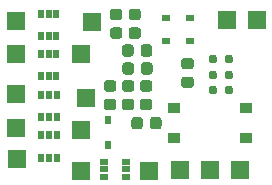
<source format=gbr>
G04 #@! TF.GenerationSoftware,KiCad,Pcbnew,(5.1.6)-1*
G04 #@! TF.CreationDate,2021-01-08T10:20:39+01:00*
G04 #@! TF.ProjectId,Lokdecoder_TI_altQuartz,4c6f6b64-6563-46f6-9465-725f54495f61,rev?*
G04 #@! TF.SameCoordinates,Original*
G04 #@! TF.FileFunction,Soldermask,Bot*
G04 #@! TF.FilePolarity,Negative*
%FSLAX46Y46*%
G04 Gerber Fmt 4.6, Leading zero omitted, Abs format (unit mm)*
G04 Created by KiCad (PCBNEW (5.1.6)-1) date 2021-01-08 10:20:39*
%MOMM*%
%LPD*%
G01*
G04 APERTURE LIST*
%ADD10R,1.600000X1.600000*%
%ADD11R,0.500000X0.750000*%
%ADD12R,1.100000X0.900000*%
%ADD13R,0.550000X0.700000*%
%ADD14R,0.700000X0.550000*%
%ADD15C,0.770000*%
%ADD16R,0.750000X0.500000*%
G04 APERTURE END LIST*
D10*
X67843400Y-118033800D03*
D11*
X51028600Y-106690200D03*
X52328600Y-106690200D03*
X51678600Y-104790200D03*
X51678600Y-106690200D03*
X52328600Y-104790200D03*
X51028600Y-104790200D03*
G36*
G01*
X59637350Y-110434300D02*
X60199850Y-110434300D01*
G75*
G02*
X60443600Y-110678050I0J-243750D01*
G01*
X60443600Y-111165550D01*
G75*
G02*
X60199850Y-111409300I-243750J0D01*
G01*
X59637350Y-111409300D01*
G75*
G02*
X59393600Y-111165550I0J243750D01*
G01*
X59393600Y-110678050D01*
G75*
G02*
X59637350Y-110434300I243750J0D01*
G01*
G37*
G36*
G01*
X59637350Y-112009300D02*
X60199850Y-112009300D01*
G75*
G02*
X60443600Y-112253050I0J-243750D01*
G01*
X60443600Y-112740550D01*
G75*
G02*
X60199850Y-112984300I-243750J0D01*
G01*
X59637350Y-112984300D01*
G75*
G02*
X59393600Y-112740550I0J243750D01*
G01*
X59393600Y-112253050D01*
G75*
G02*
X59637350Y-112009300I243750J0D01*
G01*
G37*
G36*
G01*
X58675850Y-112984100D02*
X58113350Y-112984100D01*
G75*
G02*
X57869600Y-112740350I0J243750D01*
G01*
X57869600Y-112252850D01*
G75*
G02*
X58113350Y-112009100I243750J0D01*
G01*
X58675850Y-112009100D01*
G75*
G02*
X58919600Y-112252850I0J-243750D01*
G01*
X58919600Y-112740350D01*
G75*
G02*
X58675850Y-112984100I-243750J0D01*
G01*
G37*
G36*
G01*
X58675850Y-111409100D02*
X58113350Y-111409100D01*
G75*
G02*
X57869600Y-111165350I0J243750D01*
G01*
X57869600Y-110677850D01*
G75*
G02*
X58113350Y-110434100I243750J0D01*
G01*
X58675850Y-110434100D01*
G75*
G02*
X58919600Y-110677850I0J-243750D01*
G01*
X58919600Y-111165350D01*
G75*
G02*
X58675850Y-111409100I-243750J0D01*
G01*
G37*
G36*
G01*
X57097350Y-104388900D02*
X57659850Y-104388900D01*
G75*
G02*
X57903600Y-104632650I0J-243750D01*
G01*
X57903600Y-105120150D01*
G75*
G02*
X57659850Y-105363900I-243750J0D01*
G01*
X57097350Y-105363900D01*
G75*
G02*
X56853600Y-105120150I0J243750D01*
G01*
X56853600Y-104632650D01*
G75*
G02*
X57097350Y-104388900I243750J0D01*
G01*
G37*
G36*
G01*
X57097350Y-105963900D02*
X57659850Y-105963900D01*
G75*
G02*
X57903600Y-106207650I0J-243750D01*
G01*
X57903600Y-106695150D01*
G75*
G02*
X57659850Y-106938900I-243750J0D01*
G01*
X57097350Y-106938900D01*
G75*
G02*
X56853600Y-106695150I0J243750D01*
G01*
X56853600Y-106207650D01*
G75*
G02*
X57097350Y-105963900I243750J0D01*
G01*
G37*
D12*
X62255400Y-115290600D03*
X62255400Y-112750600D03*
X68405400Y-112750600D03*
X68405400Y-115290600D03*
D13*
X56718200Y-113834200D03*
X56718200Y-115934200D03*
D14*
X61561000Y-107111800D03*
X63661000Y-107111800D03*
X61561000Y-105130600D03*
X63661000Y-105130600D03*
D15*
X65598000Y-108682000D03*
X65598000Y-109982000D03*
X66898000Y-109982000D03*
X66898000Y-108682000D03*
X65598000Y-111282000D03*
X66898000Y-111282000D03*
G36*
G01*
X58669100Y-114352650D02*
X58669100Y-113790150D01*
G75*
G02*
X58912850Y-113546400I243750J0D01*
G01*
X59400350Y-113546400D01*
G75*
G02*
X59644100Y-113790150I0J-243750D01*
G01*
X59644100Y-114352650D01*
G75*
G02*
X59400350Y-114596400I-243750J0D01*
G01*
X58912850Y-114596400D01*
G75*
G02*
X58669100Y-114352650I0J243750D01*
G01*
G37*
G36*
G01*
X60244100Y-114352650D02*
X60244100Y-113790150D01*
G75*
G02*
X60487850Y-113546400I243750J0D01*
G01*
X60975350Y-113546400D01*
G75*
G02*
X61219100Y-113790150I0J-243750D01*
G01*
X61219100Y-114352650D01*
G75*
G02*
X60975350Y-114596400I-243750J0D01*
G01*
X60487850Y-114596400D01*
G75*
G02*
X60244100Y-114352650I0J243750D01*
G01*
G37*
G36*
G01*
X57906900Y-109729850D02*
X57906900Y-109167350D01*
G75*
G02*
X58150650Y-108923600I243750J0D01*
G01*
X58638150Y-108923600D01*
G75*
G02*
X58881900Y-109167350I0J-243750D01*
G01*
X58881900Y-109729850D01*
G75*
G02*
X58638150Y-109973600I-243750J0D01*
G01*
X58150650Y-109973600D01*
G75*
G02*
X57906900Y-109729850I0J243750D01*
G01*
G37*
G36*
G01*
X59481900Y-109729850D02*
X59481900Y-109167350D01*
G75*
G02*
X59725650Y-108923600I243750J0D01*
G01*
X60213150Y-108923600D01*
G75*
G02*
X60456900Y-109167350I0J-243750D01*
G01*
X60456900Y-109729850D01*
G75*
G02*
X60213150Y-109973600I-243750J0D01*
G01*
X59725650Y-109973600D01*
G75*
G02*
X59481900Y-109729850I0J243750D01*
G01*
G37*
G36*
G01*
X57881600Y-108205850D02*
X57881600Y-107643350D01*
G75*
G02*
X58125350Y-107399600I243750J0D01*
G01*
X58612850Y-107399600D01*
G75*
G02*
X58856600Y-107643350I0J-243750D01*
G01*
X58856600Y-108205850D01*
G75*
G02*
X58612850Y-108449600I-243750J0D01*
G01*
X58125350Y-108449600D01*
G75*
G02*
X57881600Y-108205850I0J243750D01*
G01*
G37*
G36*
G01*
X59456600Y-108205850D02*
X59456600Y-107643350D01*
G75*
G02*
X59700350Y-107399600I243750J0D01*
G01*
X60187850Y-107399600D01*
G75*
G02*
X60431600Y-107643350I0J-243750D01*
G01*
X60431600Y-108205850D01*
G75*
G02*
X60187850Y-108449600I-243750J0D01*
G01*
X59700350Y-108449600D01*
G75*
G02*
X59456600Y-108205850I0J243750D01*
G01*
G37*
G36*
G01*
X56589350Y-112009100D02*
X57151850Y-112009100D01*
G75*
G02*
X57395600Y-112252850I0J-243750D01*
G01*
X57395600Y-112740350D01*
G75*
G02*
X57151850Y-112984100I-243750J0D01*
G01*
X56589350Y-112984100D01*
G75*
G02*
X56345600Y-112740350I0J243750D01*
G01*
X56345600Y-112252850D01*
G75*
G02*
X56589350Y-112009100I243750J0D01*
G01*
G37*
G36*
G01*
X56589350Y-110434100D02*
X57151850Y-110434100D01*
G75*
G02*
X57395600Y-110677850I0J-243750D01*
G01*
X57395600Y-111165350D01*
G75*
G02*
X57151850Y-111409100I-243750J0D01*
G01*
X56589350Y-111409100D01*
G75*
G02*
X56345600Y-111165350I0J243750D01*
G01*
X56345600Y-110677850D01*
G75*
G02*
X56589350Y-110434100I243750J0D01*
G01*
G37*
G36*
G01*
X59234650Y-105364100D02*
X58672150Y-105364100D01*
G75*
G02*
X58428400Y-105120350I0J243750D01*
G01*
X58428400Y-104632850D01*
G75*
G02*
X58672150Y-104389100I243750J0D01*
G01*
X59234650Y-104389100D01*
G75*
G02*
X59478400Y-104632850I0J-243750D01*
G01*
X59478400Y-105120350D01*
G75*
G02*
X59234650Y-105364100I-243750J0D01*
G01*
G37*
G36*
G01*
X59234650Y-106939100D02*
X58672150Y-106939100D01*
G75*
G02*
X58428400Y-106695350I0J243750D01*
G01*
X58428400Y-106207850D01*
G75*
G02*
X58672150Y-105964100I243750J0D01*
G01*
X59234650Y-105964100D01*
G75*
G02*
X59478400Y-106207850I0J-243750D01*
G01*
X59478400Y-106695350D01*
G75*
G02*
X59234650Y-106939100I-243750J0D01*
G01*
G37*
G36*
G01*
X63142550Y-110129500D02*
X63705050Y-110129500D01*
G75*
G02*
X63948800Y-110373250I0J-243750D01*
G01*
X63948800Y-110860750D01*
G75*
G02*
X63705050Y-111104500I-243750J0D01*
G01*
X63142550Y-111104500D01*
G75*
G02*
X62898800Y-110860750I0J243750D01*
G01*
X62898800Y-110373250D01*
G75*
G02*
X63142550Y-110129500I243750J0D01*
G01*
G37*
G36*
G01*
X63142550Y-108554500D02*
X63705050Y-108554500D01*
G75*
G02*
X63948800Y-108798250I0J-243750D01*
G01*
X63948800Y-109285750D01*
G75*
G02*
X63705050Y-109529500I-243750J0D01*
G01*
X63142550Y-109529500D01*
G75*
G02*
X62898800Y-109285750I0J243750D01*
G01*
X62898800Y-108798250D01*
G75*
G02*
X63142550Y-108554500I243750J0D01*
G01*
G37*
D16*
X56327000Y-117333000D03*
X56327000Y-118633000D03*
X58227000Y-117983000D03*
X56327000Y-117983000D03*
X58227000Y-118633000D03*
X58227000Y-117333000D03*
D11*
X51039000Y-115102600D03*
X52339000Y-115102600D03*
X51689000Y-117002600D03*
X51689000Y-115102600D03*
X52339000Y-117002600D03*
X51039000Y-117002600D03*
X51039000Y-111648200D03*
X52339000Y-111648200D03*
X51689000Y-113548200D03*
X51689000Y-111648200D03*
X52339000Y-113548200D03*
X51039000Y-113548200D03*
X51028600Y-108193800D03*
X52328600Y-108193800D03*
X51678600Y-110093800D03*
X51678600Y-108193800D03*
X52328600Y-110093800D03*
X51028600Y-110093800D03*
D10*
X66725800Y-105333800D03*
X69265800Y-105333800D03*
X65303400Y-118033800D03*
X62763400Y-118033800D03*
X54381400Y-118135400D03*
X60172600Y-118135400D03*
X48895000Y-114477800D03*
X54432200Y-114681000D03*
X48895000Y-105435400D03*
X55295800Y-105486200D03*
X48895000Y-108229400D03*
X54432200Y-108178600D03*
X48895000Y-111633000D03*
X54838600Y-111937800D03*
X48945800Y-117119400D03*
M02*

</source>
